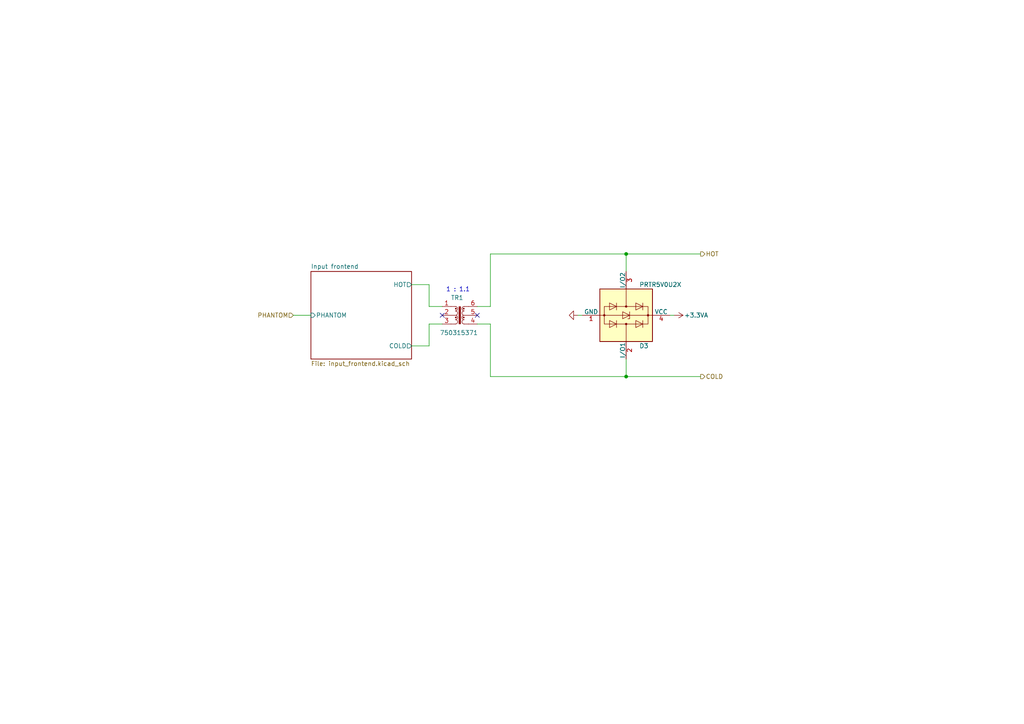
<source format=kicad_sch>
(kicad_sch (version 20250114) (generator "eeschema") (generator_version "9.0")
  (paper "A4")
  (lib_symbols
    (symbol "Power_Protection:PRTR5V0U2X" (pin_names (offset 0))
      (property "Reference" "D" (at 2.794 8.636 0))
      (property "Value" "PRTR5V0U2X" (at 8.128 -9.398 0))
      (symbol "PRTR5V0U2X_0_1"
        (rectangle (start -7.62 -7.62) (end 7.62 7.62) (stroke (width 0.254)) (fill (type background)))
        (polyline (pts (xy -3.556 2.794) (xy -1.524 2.794) (xy -2.54 4.826) (xy -3.556 2.794)))
        (polyline (pts (xy -3.556 -4.826) (xy -1.524 -4.826) (xy -2.54 -2.794) (xy -3.556 -4.826)))
        (rectangle (start -2.54 6.35) (end 2.54 -6.35))
        (circle (center -2.54 0) (radius 0.254) (fill (type outline)))
        (polyline (pts (xy -2.54 0) (xy -7.62 0)))
        (polyline (pts (xy -1.524 4.826) (xy -3.556 4.826)))
        (polyline (pts (xy -1.524 -2.794) (xy -3.556 -2.794)))
        (polyline (pts (xy -1.016 -1.016) (xy 1.016 -1.016) (xy 0 1.016) (xy -1.016 -1.016)))
        (circle (center 0 6.35) (radius 0.254) (fill (type outline)))
        (circle (center 0 -6.35) (radius 0.254) (fill (type outline)))
        (polyline (pts (xy 0 -7.62) (xy 0 7.62)))
        (polyline (pts (xy 1.016 1.016) (xy -1.016 1.016) (xy -1.016 0.508)))
        (polyline (pts (xy 1.524 4.826) (xy 3.556 4.826)))
        (polyline (pts (xy 1.524 -2.794) (xy 3.556 -2.794)))
        (polyline (pts (xy 2.54 0) (xy 7.62 0)))
        (circle (center 2.54 0) (radius 0.254) (fill (type outline)))
        (polyline (pts (xy 3.556 2.794) (xy 1.524 2.794) (xy 2.54 4.826) (xy 3.556 2.794)))
        (polyline (pts (xy 3.556 -4.826) (xy 1.524 -4.826) (xy 2.54 -2.794) (xy 3.556 -4.826)))
      )
      (symbol "PRTR5V0U2X_1_1"
        (pin passive line (at -12.7 0 0) (length 5.08) (name "I/O1") (number "2"))
        (pin passive line (at 0 12.7 270) (length 5.08) (name "VCC") (number "4"))
        (pin passive line (at 0 -12.7 90) (length 5.08) (name "GND") (number "1"))
        (pin passive line (at 12.7 0 180) (length 5.08) (name "I/O2") (number "3"))
      )
    )
    (symbol "Transformer:Wuerth_750315371"
      (property "Reference" "TR" (at 0 5.08 0))
      (property "Value" "Wuerth_750315371" (at 0 -5.08 0))
      (symbol "Wuerth_750315371_0_1"
        (polyline (pts (xy -2.54 2.54) (xy -1.27 2.54)))
        (polyline (pts (xy -2.54 0) (xy -1.27 0)))
        (polyline (pts (xy -2.54 -2.54) (xy -1.27 -2.54)))
        (arc (start -1.27 0) (mid -0.6377 -0.635) (end -1.27 -1.27))
        (arc (start -1.27 -1.27) (mid -0.6377 -1.905) (end -1.27 -2.54))
        (rectangle (start -0.254 2.54) (end 0.254 -2.54) (stroke (width 0.0254)) (fill (type outline)))
        (polyline (pts (xy 1.27 2.54) (xy 2.54 2.54)))
        (polyline (pts (xy 1.27 0) (xy 2.54 0)))
        (polyline (pts (xy 1.27 -2.54) (xy 2.54 -2.54)))
      )
      (symbol "Wuerth_750315371_1_1"
        (arc (start -1.27 2.54) (mid -0.6377 1.905) (end -1.27 1.27))
        (arc (start -1.27 1.27) (mid -0.6377 0.635) (end -1.27 0))
        (circle (center -1.143 1.905) (radius 0.127) (stroke (width 0.254)))
        (circle (center -1.143 -0.635) (radius 0.127) (stroke (width 0.254)))
        (circle (center 1.143 1.905) (radius 0.127) (stroke (width 0.254)))
        (circle (center 1.143 -0.635) (radius 0.127) (stroke (width 0.254)))
        (arc (start 1.27 1.27) (mid 0.6377 1.905) (end 1.27 2.54))
        (arc (start 1.27 0) (mid 0.6377 0.635) (end 1.27 1.27))
        (arc (start 1.27 -1.27) (mid 0.6377 -0.635) (end 1.27 0))
        (arc (start 1.27 -2.54) (mid 0.6377 -1.905) (end 1.27 -1.27))
        (pin passive line (at -5.08 2.54 0) (length 2.54) (name "~") (number "1"))
        (pin passive line (at -5.08 0 0) (length 2.54) (name "~") (number "2"))
        (pin passive line (at -5.08 -2.54 0) (length 2.54) (name "~") (number "3"))
        (pin passive line (at 5.08 2.54 180) (length 2.54) (name "~") (number "6"))
        (pin passive line (at 5.08 0 180) (length 2.54) (name "~") (number "5"))
        (pin passive line (at 5.08 -2.54 180) (length 2.54) (name "~") (number "4"))
      )
    )
    (symbol "power:+3.3VA" (power) (pin_numbers (hide yes)) (pin_names (offset 0) (hide yes))
      (property "Value" "+3.3VA" (at 0 3.556 0))
      (symbol "+3.3VA_0_1"
        (polyline (pts (xy -0.762 1.27) (xy 0 2.54)))
        (polyline (pts (xy 0 2.54) (xy 0.762 1.27)))
        (polyline (pts (xy 0 0) (xy 0 2.54)))
      )
      (symbol "+3.3VA_1_1"
        (pin power_in line (at 0 0 90) (length 0) (name "~") (number "1"))
      )
    )
    (symbol "power:GND" (power) (pin_numbers (hide yes)) (pin_names (offset 0) (hide yes))
      (property "Value" "GND" (at 0 -3.81 0))
      (symbol "GND_0_1"
        (polyline (pts (xy 0 0) (xy 0 -1.27) (xy 1.27 -1.27) (xy 0 -2.54) (xy -1.27 -1.27) (xy 0 -1.27)))
      )
      (symbol "GND_1_1"
        (pin power_in line (at 0 0 270) (length 0) (name "~") (number "1"))
      )
    )
  )
  (text "1 : 1.1" (at 132.842 84.074 0) (effects (font (size 1.27 1.27))))
  (junction (at 181.61 109.22))
  (junction (at 181.61 73.66))
  (no_connect (at 128.27 91.44))
  (no_connect (at 138.43 91.44))
  (wire (pts (xy 119.38 82.55) (xy 124.46 82.55)))
  (wire (pts (xy 124.46 88.9) (xy 124.46 82.55)))
  (wire (pts (xy 167.64 91.44) (xy 168.91 91.44)))
  (wire (pts (xy 142.24 88.9) (xy 142.24 73.66)))
  (wire (pts (xy 181.61 109.22) (xy 203.2 109.22)))
  (wire (pts (xy 181.61 104.14) (xy 181.61 109.22)))
  (wire (pts (xy 85.09 91.44) (xy 90.17 91.44)))
  (wire (pts (xy 194.31 91.44) (xy 195.58 91.44)))
  (wire (pts (xy 138.43 88.9) (xy 142.24 88.9)))
  (wire (pts (xy 142.24 93.98) (xy 138.43 93.98)))
  (wire (pts (xy 181.61 73.66) (xy 203.2 73.66)))
  (wire (pts (xy 119.38 100.33) (xy 124.46 100.33)))
  (wire (pts (xy 142.24 109.22) (xy 142.24 93.98)))
  (wire (pts (xy 128.27 93.98) (xy 124.46 93.98)))
  (wire (pts (xy 128.27 88.9) (xy 124.46 88.9)))
  (wire (pts (xy 142.24 109.22) (xy 181.61 109.22)))
  (wire (pts (xy 142.24 73.66) (xy 181.61 73.66)))
  (wire (pts (xy 124.46 93.98) (xy 124.46 100.33)))
  (wire (pts (xy 181.61 73.66) (xy 181.61 78.74)))
  (hierarchical_label "PHANTOM" (shape input) (at 85.09 91.44 180))
  (hierarchical_label "HOT" (shape output) (at 203.2 73.66 0))
  (hierarchical_label "COLD" (shape output) (at 203.2 109.22 0))
  (symbol (lib_id "power:+3.3VA") (at 195.58 91.44 270) (unit 1)
    (property "Reference" "#PWR041" (effects (hide yes)))
    (property "Value" "+3.3VA" (at 201.93 91.44 90))
    (property "Description" "Power symbol creates a global label with name \"+3.3VA\"" (effects (hide yes)))
    (instances (project "mv2_taa3040" (path "" (reference "#PWR041") (unit 1)) (path "" (reference "#PWR049") (unit 1))))
  )
  (symbol (lib_id "Transformer:Wuerth_750315371") (at 133.35 91.44 0) (unit 1)
    (property "Reference" "TR1" (at 132.588 86.36 0))
    (property "Value" "750315371" (at 133.096 96.52 0))
    (property "Footprint" "Transformer_SMD:Transformer_Wuerth_750315371" (effects (hide yes)))
    (property "Datasheet" "https://www.we-online.com/catalog/datasheet/750315371.pdf" (effects (hide yes)))
    (property "Description" "5V, 1A , 320 - 480kHz, 1:1.1, Center Tapped, SMD" (effects (hide yes)))
    (property "Sim.Name" "750315371" (effects (hide yes)))
    (property "Sim.Device" "SUBCKT" (effects (hide yes)))
    (property "Sim.Pins" "1=1 2=2 3=3 4=6 5=5 6=4" (effects (hide yes)))
    (property "MPN" "750315371" (effects (hide yes)))
    (instances (project "mv2_taa3040" (path "" (reference "TR1") (unit 1)) (path "" (reference "TR2") (unit 1))))
  )
  (symbol (lib_id "Power_Protection:PRTR5V0U2X") (at 181.61 91.44 270) (mirror x) (unit 1)
    (property "Reference" "D3" (at 185.42 100.33 90) (effects (justify left)))
    (property "Value" "PRTR5V0U2X" (at 185.42 82.55 90) (effects (justify left)))
    (property "Footprint" "Package_TO_SOT_SMD:SOT-143" (effects (hide yes)))
    (property "Datasheet" "https://assets.nexperia.com/documents/data-sheet/PRTR5V0U2X.pdf" (effects (hide yes)))
    (property "Description" "Ultra low capacitance double rail-to-rail ESD protection diode, SOT-143" (effects (hide yes)))
    (property "MPN" "PRTR5V0U2X,215" (effects (hide yes)))
    (property "LCSC" "C12333" (effects (hide yes)))
    (instances (project "mv2_taa3040" (path "" (reference "D3") (unit 1)) (path "" (reference "D4") (unit 1))))
  )
  (symbol (lib_id "power:GND") (at 167.64 91.44 270) (unit 1)
    (property "Reference" "#PWR040" (effects (hide yes)))
    (property "Value" "GND" (effects (hide yes)))
    (property "Description" "Power symbol creates a global label with name \"GND\" , ground" (effects (hide yes)))
    (instances (project "mv2_taa3040" (path "" (reference "#PWR040") (unit 1)) (path "" (reference "#PWR048") (unit 1))))
  )
  (sheet (at 90.17 78.74) (size 29.21 25.4) (stroke (width 0.1524))
    (property "Sheetname" "Input frontend" (at 90.17 78.0284 0) (effects (justify left bottom)))
    (property "Sheetfile" "input_frontend.kicad_sch" (at 90.17 104.7246 0) (effects (justify left top)))
    (pin "COLD" output (at 119.38 100.33 0))
    (pin "HOT" output (at 119.38 82.55 0))
    (pin "PHANTOM" input (at 90.17 91.44 180))
  )
)
</source>
